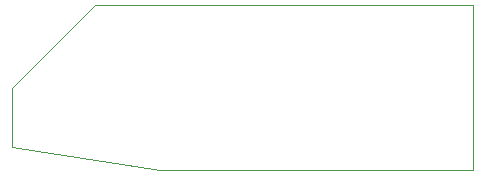
<source format=gm1>
%TF.GenerationSoftware,KiCad,Pcbnew,(6.0.7)*%
%TF.CreationDate,2022-08-20T21:52:45-04:00*%
%TF.ProjectId,THE_ENCODER,5448455f-454e-4434-9f44-45522e6b6963,rev?*%
%TF.SameCoordinates,Original*%
%TF.FileFunction,Profile,NP*%
%FSLAX46Y46*%
G04 Gerber Fmt 4.6, Leading zero omitted, Abs format (unit mm)*
G04 Created by KiCad (PCBNEW (6.0.7)) date 2022-08-20 21:52:45*
%MOMM*%
%LPD*%
G01*
G04 APERTURE LIST*
%TA.AperFunction,Profile*%
%ADD10C,0.100000*%
%TD*%
G04 APERTURE END LIST*
D10*
X115000000Y-81000000D02*
X122000000Y-74000000D01*
X154000000Y-74000000D02*
X154000000Y-88000000D01*
X127500000Y-88000000D02*
X154000000Y-88000000D01*
X154000000Y-74000000D02*
X122000000Y-74000000D01*
X115000000Y-86000000D02*
X127500000Y-88000000D01*
X115000000Y-81000000D02*
X115000000Y-86000000D01*
M02*

</source>
